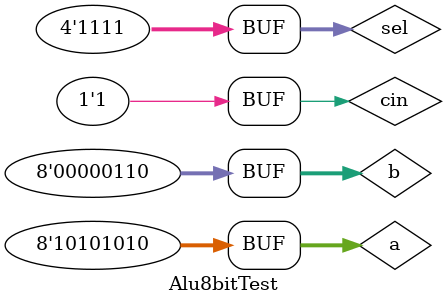
<source format=v>
module Alu8bitTest;
	`timescale 1ns/1ps
	reg [7:0]a,b;
	reg cin;
	reg [3:0] sel;
	wire [7:0]s;
	wire cout;
	
	Alu8bit alu(s,cout,a,b,cin,sel);
	
	initial 
begin
  
	$monitor($time," a = %b b = %b cin = %b *** sel = %b *** s = %b cout = %b",a,b,cin,sel,s,cout);
	a=8'b01110011; b=8'b110101111; cin=1'b0; sel=4'b0000;
	#20
	a=8'b00110010; b=8'b10110000; cin=1'b0; sel=4'b0100;
	#30
	a=8'b00001010; b=8'b00001111; cin=1'b0; sel=4'b1000;
	#50
	a=8'b01001010; b=8'b00001000; cin=1'b0; sel=4'b1100;
	#100
	a=8'b10001110; b=8'b00000110; cin=1'b0; sel=4'b1101;
	#120
	a=8'b10001110; b=8'b00000110; cin=1'b1; sel=4'b1101;
	#150
	a=8'b10101010; b=8'b00000110; cin=1'b0; sel=4'b1110;
	#160
	a=8'b10101010; b=8'b00000110; cin=1'b1; sel=4'b1110;
	#180
	a=8'b01111111; b=8'b00000110; cin=1'b0; sel=4'b1111;
	#190
	a=8'b10101010; b=8'b00000110; cin=1'b1; sel=4'b1111;
  end
endmodule


</source>
